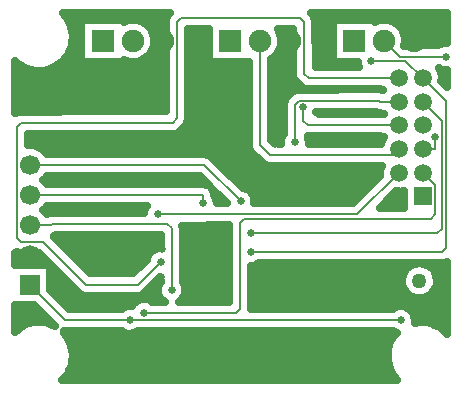
<source format=gbr>
G04 DipTrace 2.4.0.2*
%INBottom.gbr*%
%MOIN*%
%ADD14C,0.007*%
%ADD15C,0.025*%
%ADD20C,0.05*%
%ADD21R,0.05X0.05*%
%ADD27R,0.0591X0.0591*%
%ADD28C,0.0591*%
%ADD29R,0.0669X0.0669*%
%ADD30C,0.0669*%
%ADD31R,0.0748X0.0748*%
%ADD32C,0.0748*%
%FSLAX44Y44*%
G04*
G70*
G90*
G75*
G01*
%LNBottom*%
%LPD*%
X17073Y13530D2*
D14*
X16438D1*
X16399Y13569D1*
X13743D1*
X13603Y13429D1*
Y12185D1*
X17860Y13530D2*
X18490Y12900D1*
Y9286D1*
X18350Y9146D1*
X12132D1*
X9119Y8201D2*
X8356Y7438D1*
X6623D1*
X5206Y8855D1*
X4467D1*
X4327Y8995D1*
Y12696D1*
X4467Y12837D1*
X9526D1*
X9666Y12977D1*
Y16181D1*
X9806Y16321D1*
X13776D1*
X13916Y16181D1*
Y14457D1*
X14056Y14317D1*
X17073D1*
X9030Y9775D2*
X15680D1*
X17073Y11168D1*
Y12742D2*
X14020D1*
X13880Y12882D1*
Y13339D1*
X16562Y15562D2*
X17087Y15037D1*
X18630D1*
X18260Y12355D2*
Y11955D1*
X17860D1*
X12437Y15562D2*
Y12095D1*
X12764Y11768D1*
X17073D1*
Y11955D1*
X8577Y6492D2*
X11622D1*
X11762Y6632D1*
Y9495D1*
X11902Y9635D1*
X18120D1*
X18260Y9775D1*
Y10767D1*
X17860Y11168D1*
X10541Y10154D2*
Y10415D1*
X4766D1*
X11785Y10210D2*
X10580Y11415D1*
X4766D1*
X12132Y8516D2*
X18490D1*
X18630Y8656D1*
Y13547D1*
X17860Y14317D1*
X17280Y14897D1*
X16145D1*
X4766Y7415D2*
X5925Y6257D1*
X8093D1*
X17143D1*
X4766Y9415D2*
X5469D1*
X5504Y9450D1*
X9349D1*
X9489Y9310D1*
Y7256D1*
D15*
X9187Y16062D3*
Y13812D3*
X11812Y12125D3*
X10312Y15625D3*
X13187Y15125D3*
X12937Y13812D3*
X13003Y12937D3*
X14467Y13185D3*
X15142Y13113D3*
X6062Y14978D3*
X5227Y13469D3*
X6461Y8779D3*
X7705Y8354D3*
X14735Y4301D3*
X12252Y6976D3*
X15148Y7997D3*
X15958Y10984D3*
X13142Y10667D3*
X5956Y6941D3*
X9124Y7680D3*
X9169Y8615D3*
X7480Y4618D3*
X10331Y4935D3*
X12920Y12135D3*
X13603Y12185D3*
X12132Y9146D3*
X9119Y8201D3*
X9030Y9775D3*
X13880Y13339D3*
X18630Y15037D3*
X18260Y12355D3*
X8577Y6492D3*
X10541Y10154D3*
X11785Y10210D3*
X16145Y14897D3*
X12132Y8516D3*
X8093Y6257D3*
X17143D3*
X9489Y7256D3*
X6070Y16238D2*
X6454D1*
X8426D2*
X9274D1*
X14305D2*
X14829D1*
X16801D2*
X18649D1*
X6172Y15990D2*
X6454D1*
X8777D2*
X9270D1*
X14312D2*
X14829D1*
X17152D2*
X18649D1*
X6211Y15741D2*
X6454D1*
X8898D2*
X9270D1*
X10062D2*
X10704D1*
X13148D2*
X13520D1*
X14312D2*
X14829D1*
X17273D2*
X18649D1*
X6195Y15492D2*
X6454D1*
X8918D2*
X9270D1*
X10062D2*
X10704D1*
X13168D2*
X13520D1*
X14312D2*
X14829D1*
X17293D2*
X18536D1*
X6121Y15244D2*
X6454D1*
X8844D2*
X9270D1*
X10062D2*
X10704D1*
X13094D2*
X13520D1*
X14312D2*
X14829D1*
X5976Y14995D2*
X6454D1*
X8637D2*
X9270D1*
X10062D2*
X10704D1*
X12887D2*
X13520D1*
X14312D2*
X14829D1*
X4287Y14746D2*
X4419D1*
X5707D2*
X9270D1*
X10062D2*
X12044D1*
X12832D2*
X13520D1*
X14312D2*
X15684D1*
X4287Y14498D2*
X9270D1*
X10062D2*
X12044D1*
X12832D2*
X13520D1*
X18488D2*
X18649D1*
X4287Y14249D2*
X9270D1*
X10062D2*
X12044D1*
X12832D2*
X13587D1*
X18512D2*
X18649D1*
X4287Y14000D2*
X9270D1*
X10062D2*
X12044D1*
X12832D2*
X13841D1*
X4287Y13751D2*
X9270D1*
X10062D2*
X12044D1*
X12832D2*
X13376D1*
X4287Y13503D2*
X9270D1*
X10062D2*
X12044D1*
X12832D2*
X13216D1*
X4287Y13254D2*
X9270D1*
X10062D2*
X12044D1*
X12832D2*
X13208D1*
X10062Y13005D2*
X12044D1*
X12832D2*
X13208D1*
X9988Y12757D2*
X12044D1*
X12832D2*
X13208D1*
X9723Y12508D2*
X12044D1*
X12832D2*
X13208D1*
X4723Y12259D2*
X12044D1*
X12832D2*
X13122D1*
X14082D2*
X16497D1*
X5098Y12011D2*
X12051D1*
X10734Y11762D2*
X12223D1*
X11031Y11513D2*
X12469D1*
X11277Y11265D2*
X16426D1*
X5328Y11016D2*
X10430D1*
X11527D2*
X16372D1*
X11777Y10767D2*
X16126D1*
X12152Y10519D2*
X15876D1*
X16973D2*
X17204D1*
X11012Y10270D2*
X11176D1*
X12266D2*
X15626D1*
X16723D2*
X17204D1*
X5332Y10021D2*
X8618D1*
X16473D2*
X17204D1*
X9883Y9275D2*
X11368D1*
X5582Y9026D2*
X9094D1*
X9883D2*
X11368D1*
X5832Y8778D2*
X9094D1*
X9883D2*
X11368D1*
X6082Y8529D2*
X8770D1*
X9883D2*
X11368D1*
X4287Y8280D2*
X5231D1*
X6328D2*
X8641D1*
X9883D2*
X11368D1*
X6578Y8032D2*
X8403D1*
X9883D2*
X11368D1*
X12156D2*
X17376D1*
X18125D2*
X18649D1*
X5461Y7783D2*
X5731D1*
X9883D2*
X11368D1*
X12156D2*
X17184D1*
X18316D2*
X18649D1*
X5461Y7534D2*
X5977D1*
X9000D2*
X9094D1*
X9883D2*
X11368D1*
X12156D2*
X17141D1*
X18359D2*
X18649D1*
X5461Y7286D2*
X6227D1*
X8754D2*
X9005D1*
X9973D2*
X11368D1*
X12156D2*
X17208D1*
X18289D2*
X18649D1*
X5691Y7037D2*
X9059D1*
X9918D2*
X11368D1*
X12156D2*
X17466D1*
X18031D2*
X18649D1*
X5941Y6788D2*
X8200D1*
X12156D2*
X18649D1*
X4287Y6540D2*
X5094D1*
X17531D2*
X18649D1*
X4287Y6291D2*
X5344D1*
X17625D2*
X18649D1*
X4287Y6042D2*
X4481D1*
X18391D2*
X18649D1*
X5945Y5793D2*
X16930D1*
X6105Y5545D2*
X16770D1*
X6187Y5296D2*
X16684D1*
X6215Y5047D2*
X16661D1*
X6183Y4799D2*
X16692D1*
X6090Y4550D2*
X16786D1*
X5918Y4301D2*
X16958D1*
X18321Y7438D2*
X18282Y7320D1*
X18218Y7212D1*
X18134Y7121D1*
X18031Y7049D1*
X17916Y7001D1*
X17793Y6979D1*
X17669Y6983D1*
X17548Y7013D1*
X17436Y7068D1*
X17338Y7146D1*
X17259Y7243D1*
X17203Y7354D1*
X17171Y7475D1*
X17166Y7599D1*
X17187Y7722D1*
X17234Y7838D1*
X17304Y7941D1*
X17394Y8027D1*
X17501Y8092D1*
X17619Y8132D1*
X17731Y8146D1*
X12408D1*
X12346Y8108D1*
X12229Y8066D1*
X12132Y8059D1*
X12131Y6625D1*
X16869Y6627D1*
X16979Y6687D1*
X17100Y6715D1*
X17225Y6710D1*
X17343Y6671D1*
X17447Y6602D1*
X17528Y6508D1*
X17581Y6395D1*
X17603Y6257D1*
X17591Y6168D1*
X17754Y6187D1*
X17879Y6186D1*
X18003Y6172D1*
X18125Y6144D1*
X18243Y6103D1*
X18356Y6048D1*
X18462Y5982D1*
X18560Y5905D1*
X18675Y5783D1*
Y8196D1*
X18531Y8148D1*
X17791Y8146D1*
X17867Y8135D1*
X17986Y8097D1*
X18094Y8035D1*
X18186Y7951D1*
X18259Y7850D1*
X18308Y7735D1*
X18335Y7562D1*
X18321Y7438D1*
X17230Y10004D2*
Y10559D1*
X17063Y10537D1*
X16974Y10548D1*
X16431Y10003D1*
X17226Y10005D1*
X18401Y14640D2*
X18456Y14524D1*
X18485Y14402D1*
X18490Y14317D1*
X18481Y14220D1*
X18677Y14024D1*
X18675Y14578D1*
X18603D1*
X18481Y14602D1*
X18401Y14643D1*
X16473Y12139D2*
X16499Y12217D1*
X16580Y12345D1*
X16448Y12372D1*
X14021D1*
X14041Y12323D1*
X14063Y12185D1*
X14056Y12135D1*
X15014Y12138D1*
X16471D1*
X16451Y11067D2*
X16443Y11188D1*
X16459Y11311D1*
X16488Y11396D1*
X13198Y11398D1*
X12764D1*
X12641Y11419D1*
X12530Y11481D1*
X12175Y11833D1*
X12103Y11935D1*
X12069Y12058D1*
X12067Y14857D1*
X11646Y14853D1*
X10728D1*
Y15951D1*
X10038D1*
X10036Y12977D1*
X10015Y12854D1*
X9953Y12743D1*
X9788Y12575D1*
X9686Y12503D1*
X9563Y12468D1*
X6776Y12467D1*
X4694D1*
X4697Y12083D1*
X4861Y12078D1*
X4982Y12049D1*
X5096Y11998D1*
X5198Y11927D1*
X5286Y11838D1*
X5323Y11783D1*
X7141Y11785D1*
X10580D1*
X10703Y11764D1*
X10814Y11702D1*
X11856Y10663D1*
X11986Y10624D1*
X12089Y10556D1*
X12171Y10461D1*
X12224Y10348D1*
X12245Y10210D1*
X12236Y10145D1*
X15527D1*
X16449Y11067D1*
X4265Y8085D2*
X5436D1*
Y7268D1*
X6080Y6624D1*
X7820Y6627D1*
X7929Y6687D1*
X8051Y6715D1*
X8171Y6710D1*
X8214Y6775D1*
X8303Y6862D1*
X8413Y6922D1*
X8534Y6950D1*
X8659Y6945D1*
X8777Y6906D1*
X8845Y6861D1*
X9252Y6862D1*
X9136Y6961D1*
X9070Y7066D1*
X9034Y7186D1*
X9032Y7311D1*
X9064Y7431D1*
X9120Y7529D1*
X9115Y7674D1*
X8618Y7176D1*
X8516Y7104D1*
X8394Y7070D1*
X6623Y7068D1*
X6500Y7089D1*
X6389Y7151D1*
X5055Y8483D1*
X4467Y8485D1*
X4338Y8509D1*
X4262Y8487D1*
Y8085D1*
X4917Y6746D2*
X4260D1*
X4262Y5858D1*
X4420Y5988D1*
X4527Y6053D1*
X4640Y6106D1*
X4758Y6147D1*
X4880Y6174D1*
X5004Y6187D1*
X5129Y6186D1*
X5253Y6172D1*
X5375Y6144D1*
X5493Y6103D1*
X5616Y6042D1*
X4914Y6744D1*
X5212Y9913D2*
X5286Y9838D1*
X5323Y9783D1*
X5466Y9818D1*
X8254Y9820D1*
X8570D1*
X8605Y9951D1*
X8662Y10048D1*
X7416Y10045D1*
X5326D1*
X5258Y9960D1*
X5209Y9916D1*
X5212Y10913D2*
X5286Y10838D1*
X5323Y10783D1*
X7141Y10785D1*
X10541D1*
X10667Y10762D1*
X10728Y10744D1*
X10427Y11045D1*
X5326D1*
X5258Y10960D1*
X5209Y10916D1*
X14978Y16271D2*
X16271D1*
Y16205D1*
X16349Y16238D1*
X16471Y16265D1*
X16596Y16270D1*
X16720Y16253D1*
X16838Y16215D1*
X16949Y16156D1*
X17047Y16079D1*
X17130Y15986D1*
X17196Y15880D1*
X17242Y15764D1*
X17267Y15642D1*
X17271Y15562D1*
X17251Y15404D1*
X17962Y15407D1*
X18357D1*
X18466Y15467D1*
X18588Y15495D1*
X18677Y15492D1*
X18675Y16387D1*
Y16487D1*
X14132D1*
X14178Y16443D1*
X14250Y16341D1*
X14284Y16218D1*
X14286Y14685D1*
X15431Y14687D1*
X15732D1*
X15690Y14828D1*
Y14855D1*
X14853Y14853D1*
Y16271D1*
X14978D1*
X13135Y15438D2*
X13102Y15317D1*
X13049Y15204D1*
X12977Y15102D1*
X12888Y15015D1*
X12808Y14960D1*
X12807Y12246D1*
X12917Y12139D1*
X13143Y12138D1*
X13146Y12240D1*
X13177Y12360D1*
X13234Y12458D1*
X13233Y13429D1*
X13253Y13552D1*
X13316Y13663D1*
X13481Y13831D1*
X13582Y13903D1*
X13705Y13937D1*
X16399Y13939D1*
X16527Y13916D1*
X16448Y13947D1*
X14056D1*
X13933Y13968D1*
X13822Y14031D1*
X13654Y14196D1*
X13582Y14297D1*
X13548Y14420D1*
X13546Y15953D1*
X13030Y15951D1*
X13071Y15880D1*
X13117Y15764D1*
X13142Y15642D1*
X13146Y15562D1*
X13135Y15438D1*
X6603Y16271D2*
X7896D1*
Y16205D1*
X7974Y16238D1*
X8096Y16265D1*
X8221Y16270D1*
X8345Y16253D1*
X8463Y16215D1*
X8574Y16156D1*
X8672Y16079D1*
X8755Y15986D1*
X8821Y15880D1*
X8867Y15764D1*
X8892Y15642D1*
X8896Y15562D1*
X8885Y15438D1*
X8852Y15317D1*
X8799Y15204D1*
X8727Y15102D1*
X8638Y15015D1*
X8535Y14944D1*
X8421Y14893D1*
X8300Y14862D1*
X8176Y14853D1*
X8052Y14866D1*
X7893Y14920D1*
X7896Y14853D1*
X6478D1*
Y16271D1*
X6603D1*
X6181Y4937D2*
X6161Y4814D1*
X6126Y4694D1*
X6079Y4578D1*
X6019Y4469D1*
X5948Y4366D1*
X5851Y4259D1*
X6762Y4262D1*
X17016D1*
X16876Y4436D1*
X16812Y4544D1*
X16761Y4658D1*
X16722Y4777D1*
X16698Y4899D1*
X16686Y5024D1*
X16689Y5149D1*
X16706Y5272D1*
X16736Y5394D1*
X16779Y5511D1*
X16835Y5622D1*
X16903Y5727D1*
X16985Y5826D1*
X16873Y5886D1*
X8365Y5887D1*
X8307Y5850D1*
X8190Y5807D1*
X8066Y5798D1*
X7944Y5822D1*
X7824Y5886D1*
X5918Y5888D1*
X5898Y5817D1*
X5977Y5719D1*
X6044Y5614D1*
X6099Y5502D1*
X6141Y5384D1*
X6170Y5263D1*
X6188Y5062D1*
X6181Y4937D1*
Y15562D2*
X6161Y15439D1*
X6126Y15319D1*
X6079Y15203D1*
X6019Y15094D1*
X5948Y14991D1*
X5865Y14897D1*
X5773Y14813D1*
X5672Y14740D1*
X5563Y14678D1*
X5448Y14629D1*
X5329Y14593D1*
X5206Y14570D1*
X5081Y14561D1*
X4956Y14566D1*
X4833Y14584D1*
X4712Y14616D1*
X4596Y14662D1*
X4485Y14720D1*
X4381Y14790D1*
X4262Y14896D1*
Y13147D1*
X4307Y13170D1*
X4429Y13205D1*
X7217Y13207D1*
X9299D1*
X9296Y13852D1*
Y16181D1*
X9317Y16304D1*
X9379Y16415D1*
X9451Y16490D1*
X8550Y16487D1*
X5858D1*
X5977Y16344D1*
X6044Y16239D1*
X6099Y16127D1*
X6141Y16009D1*
X6170Y15888D1*
X6188Y15687D1*
X6181Y15562D1*
X8667Y8274D2*
X8694Y8376D1*
X8756Y8484D1*
X8846Y8571D1*
X8955Y8630D1*
X9076Y8659D1*
X9119Y8657D1*
Y9080D1*
X5622Y9079D1*
X5557Y9056D1*
X5556Y9028D1*
X6774Y7810D1*
X8205Y7808D1*
X8666Y8271D1*
X10909Y10425D2*
X10980Y10292D1*
X11000Y10142D1*
X11323Y10145D1*
X10841Y10631D1*
X10903Y10492D1*
X10910Y10449D1*
X9932Y7132D2*
X9883Y7018D1*
X9804Y6921D1*
X9725Y6864D1*
X11393Y6862D1*
X11392Y9407D1*
X9848Y9405D1*
X9859Y9310D1*
Y7525D1*
X9928Y7394D1*
X9949Y7256D1*
X9932Y7132D1*
X16270Y13199D2*
X14317D1*
X14395Y13112D1*
X16563D1*
X16438Y13160D1*
X16310Y13183D1*
X16273Y13199D1*
D20*
X17750Y7562D3*
D21*
X16750D3*
D27*
X17860Y10380D3*
D28*
Y11168D3*
Y11955D3*
Y12742D3*
Y13530D3*
Y14317D3*
X17073D3*
Y13530D3*
Y12742D3*
Y11955D3*
Y11168D3*
Y10380D3*
D29*
X4766Y7415D3*
D30*
Y8415D3*
Y9415D3*
Y10415D3*
Y11415D3*
D31*
X15562Y15562D3*
D32*
X16562D3*
X17562D3*
D31*
X7187D3*
D32*
X8187D3*
X9187D3*
D31*
X11437D3*
D32*
X12437D3*
X13437D3*
M02*

</source>
